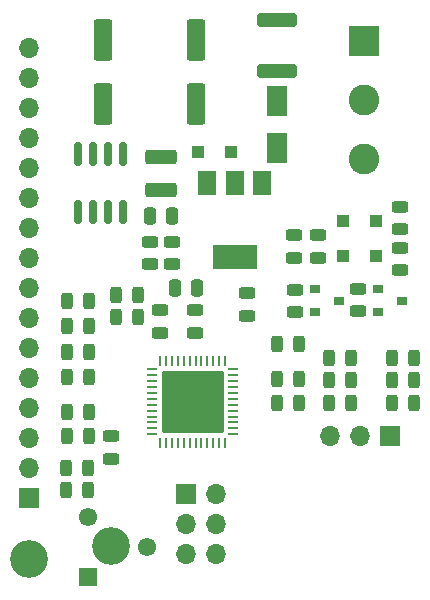
<source format=gts>
G04 #@! TF.GenerationSoftware,KiCad,Pcbnew,6.0.7-f9a2dced07~116~ubuntu20.04.1*
G04 #@! TF.CreationDate,2023-01-10T10:48:59+01:00*
G04 #@! TF.ProjectId,Td5Gauge_SMD_ESP32,54643547-6175-4676-955f-534d445f4553,rev?*
G04 #@! TF.SameCoordinates,Original*
G04 #@! TF.FileFunction,Soldermask,Top*
G04 #@! TF.FilePolarity,Negative*
%FSLAX46Y46*%
G04 Gerber Fmt 4.6, Leading zero omitted, Abs format (unit mm)*
G04 Created by KiCad (PCBNEW 6.0.7-f9a2dced07~116~ubuntu20.04.1) date 2023-01-10 10:48:59*
%MOMM*%
%LPD*%
G01*
G04 APERTURE LIST*
G04 Aperture macros list*
%AMRoundRect*
0 Rectangle with rounded corners*
0 $1 Rounding radius*
0 $2 $3 $4 $5 $6 $7 $8 $9 X,Y pos of 4 corners*
0 Add a 4 corners polygon primitive as box body*
4,1,4,$2,$3,$4,$5,$6,$7,$8,$9,$2,$3,0*
0 Add four circle primitives for the rounded corners*
1,1,$1+$1,$2,$3*
1,1,$1+$1,$4,$5*
1,1,$1+$1,$6,$7*
1,1,$1+$1,$8,$9*
0 Add four rect primitives between the rounded corners*
20,1,$1+$1,$2,$3,$4,$5,0*
20,1,$1+$1,$4,$5,$6,$7,0*
20,1,$1+$1,$6,$7,$8,$9,0*
20,1,$1+$1,$8,$9,$2,$3,0*%
G04 Aperture macros list end*
%ADD10R,1.550000X1.550000*%
%ADD11C,1.550000*%
%ADD12R,1.700000X1.700000*%
%ADD13O,1.700000X1.700000*%
%ADD14RoundRect,0.250000X0.550000X-1.500000X0.550000X1.500000X-0.550000X1.500000X-0.550000X-1.500000X0*%
%ADD15RoundRect,0.250000X0.250000X0.475000X-0.250000X0.475000X-0.250000X-0.475000X0.250000X-0.475000X0*%
%ADD16RoundRect,0.243750X-0.456250X0.243750X-0.456250X-0.243750X0.456250X-0.243750X0.456250X0.243750X0*%
%ADD17RoundRect,0.243750X0.243750X0.456250X-0.243750X0.456250X-0.243750X-0.456250X0.243750X-0.456250X0*%
%ADD18RoundRect,0.243750X0.456250X-0.243750X0.456250X0.243750X-0.456250X0.243750X-0.456250X-0.243750X0*%
%ADD19RoundRect,0.243750X-0.243750X-0.456250X0.243750X-0.456250X0.243750X0.456250X-0.243750X0.456250X0*%
%ADD20R,1.800000X2.500000*%
%ADD21R,1.100000X1.100000*%
%ADD22RoundRect,0.250000X-1.450000X0.312500X-1.450000X-0.312500X1.450000X-0.312500X1.450000X0.312500X0*%
%ADD23R,2.600000X2.600000*%
%ADD24C,2.600000*%
%ADD25R,0.900000X0.800000*%
%ADD26R,1.500000X2.000000*%
%ADD27R,3.800000X2.000000*%
%ADD28RoundRect,0.150000X-0.150000X0.825000X-0.150000X-0.825000X0.150000X-0.825000X0.150000X0.825000X0*%
%ADD29RoundRect,0.062500X-0.062500X0.337500X-0.062500X-0.337500X0.062500X-0.337500X0.062500X0.337500X0*%
%ADD30RoundRect,0.062500X-0.337500X0.062500X-0.337500X-0.062500X0.337500X-0.062500X0.337500X0.062500X0*%
%ADD31RoundRect,0.249100X-2.400900X2.400900X-2.400900X-2.400900X2.400900X-2.400900X2.400900X2.400900X0*%
%ADD32RoundRect,0.250000X-1.075000X0.375000X-1.075000X-0.375000X1.075000X-0.375000X1.075000X0.375000X0*%
%ADD33C,3.200000*%
G04 APERTURE END LIST*
D10*
X71120000Y-98552000D03*
D11*
X76120000Y-96052000D03*
X71120000Y-93552000D03*
D12*
X66100000Y-91900000D03*
D13*
X66100000Y-89360000D03*
X66100000Y-86820000D03*
X66100000Y-84280000D03*
X66100000Y-81740000D03*
X66100000Y-79200000D03*
X66100000Y-76660000D03*
X66100000Y-74120000D03*
X66100000Y-71580000D03*
X66100000Y-69040000D03*
X66100000Y-66500000D03*
X66100000Y-63960000D03*
X66100000Y-61420000D03*
X66100000Y-58880000D03*
X66100000Y-56340000D03*
X66100000Y-53800000D03*
D12*
X79375000Y-91567000D03*
D13*
X81915000Y-91567000D03*
X79375000Y-94107000D03*
X81915000Y-94107000D03*
X79375000Y-96647000D03*
X81915000Y-96647000D03*
D14*
X80264000Y-58516500D03*
X80264000Y-53116500D03*
D15*
X78229500Y-68008500D03*
X76329500Y-68008500D03*
D14*
X72390000Y-58516500D03*
X72390000Y-53116500D03*
D16*
X78232000Y-70246000D03*
X78232000Y-72121000D03*
D17*
X71105000Y-89344500D03*
X69230000Y-89344500D03*
D18*
X77216000Y-77899500D03*
X77216000Y-76024500D03*
D17*
X88948500Y-81788000D03*
X87073500Y-81788000D03*
D18*
X84582000Y-76451700D03*
X84582000Y-74576700D03*
D17*
X88948500Y-78867000D03*
X87073500Y-78867000D03*
X88948500Y-83896200D03*
X87073500Y-83896200D03*
D19*
X96789000Y-83820000D03*
X98664000Y-83820000D03*
X91518500Y-83820000D03*
X93393500Y-83820000D03*
X73421000Y-74676000D03*
X75296000Y-74676000D03*
D20*
X87122000Y-62261500D03*
X87122000Y-58261500D03*
D21*
X80388000Y-62611000D03*
X83188000Y-62611000D03*
X95443500Y-71374000D03*
X92643500Y-71374000D03*
D22*
X87122000Y-51456500D03*
X87122000Y-55731500D03*
D23*
X94488000Y-53213000D03*
D24*
X94488000Y-58213000D03*
X94488000Y-63213000D03*
D12*
X96647000Y-86614000D03*
D13*
X94107000Y-86614000D03*
X91567000Y-86614000D03*
D25*
X90313000Y-74234000D03*
X90313000Y-76134000D03*
X92313000Y-75184000D03*
D19*
X69293500Y-77343000D03*
X71168500Y-77343000D03*
X69293500Y-79502000D03*
X71168500Y-79502000D03*
X69293500Y-84645500D03*
X71168500Y-84645500D03*
D16*
X88646000Y-74310000D03*
X88646000Y-76185000D03*
X97472500Y-70754000D03*
X97472500Y-72629000D03*
D19*
X96789000Y-81915000D03*
X98664000Y-81915000D03*
D17*
X98664000Y-80010000D03*
X96789000Y-80010000D03*
D18*
X93980000Y-76058000D03*
X93980000Y-74183000D03*
D17*
X93393500Y-81915000D03*
X91518500Y-81915000D03*
D19*
X73421000Y-76581000D03*
X75296000Y-76581000D03*
D17*
X93393500Y-80010000D03*
X91518500Y-80010000D03*
D18*
X90551000Y-71549500D03*
X90551000Y-69674500D03*
D16*
X88519000Y-69674500D03*
X88519000Y-71549500D03*
D26*
X85802500Y-65239500D03*
D27*
X83502500Y-71539500D03*
D26*
X83502500Y-65239500D03*
X81202500Y-65239500D03*
D28*
X74041000Y-62739500D03*
X72771000Y-62739500D03*
X71501000Y-62739500D03*
X70231000Y-62739500D03*
X70231000Y-67689500D03*
X71501000Y-67689500D03*
X72771000Y-67689500D03*
X74041000Y-67689500D03*
D29*
X82696500Y-80306500D03*
X82196500Y-80306500D03*
X81696500Y-80306500D03*
X81196500Y-80306500D03*
X80696500Y-80306500D03*
X80196500Y-80306500D03*
X79696500Y-80306500D03*
X79196500Y-80306500D03*
X78696500Y-80306500D03*
X78196500Y-80306500D03*
X77696500Y-80306500D03*
X77196500Y-80306500D03*
D30*
X76496500Y-81006500D03*
X76496500Y-81506500D03*
X76496500Y-82006500D03*
X76496500Y-82506500D03*
X76496500Y-83006500D03*
X76496500Y-83506500D03*
X76496500Y-84006500D03*
X76496500Y-84506500D03*
X76496500Y-85006500D03*
X76496500Y-85506500D03*
X76496500Y-86006500D03*
X76496500Y-86506500D03*
D29*
X77196500Y-87206500D03*
X77696500Y-87206500D03*
X78196500Y-87206500D03*
X78696500Y-87206500D03*
X79196500Y-87206500D03*
X79696500Y-87206500D03*
X80196500Y-87206500D03*
X80696500Y-87206500D03*
X81196500Y-87206500D03*
X81696500Y-87206500D03*
X82196500Y-87206500D03*
X82696500Y-87206500D03*
D30*
X83396500Y-86506500D03*
X83396500Y-86006500D03*
X83396500Y-85506500D03*
X83396500Y-85006500D03*
X83396500Y-84506500D03*
X83396500Y-84006500D03*
X83396500Y-83506500D03*
X83396500Y-83006500D03*
X83396500Y-82506500D03*
X83396500Y-82006500D03*
X83396500Y-81506500D03*
X83396500Y-81006500D03*
D31*
X79946500Y-83756500D03*
D25*
X95647000Y-74234000D03*
X95647000Y-76134000D03*
X97647000Y-75184000D03*
D32*
X77279500Y-63014400D03*
X77279500Y-65814400D03*
D18*
X76327000Y-72121000D03*
X76327000Y-70246000D03*
D16*
X73025000Y-86692500D03*
X73025000Y-88567500D03*
D21*
X92707000Y-68453000D03*
X95507000Y-68453000D03*
D19*
X69293500Y-81661000D03*
X71168500Y-81661000D03*
X69293500Y-86614000D03*
X71168500Y-86614000D03*
D15*
X80325000Y-74104500D03*
X78425000Y-74104500D03*
D16*
X80137000Y-76024500D03*
X80137000Y-77899500D03*
D17*
X71105000Y-91249500D03*
X69230000Y-91249500D03*
D19*
X69293500Y-75184000D03*
X71168500Y-75184000D03*
D33*
X73025000Y-95948500D03*
X66103500Y-97091500D03*
D16*
X97472500Y-67261500D03*
X97472500Y-69136500D03*
M02*

</source>
